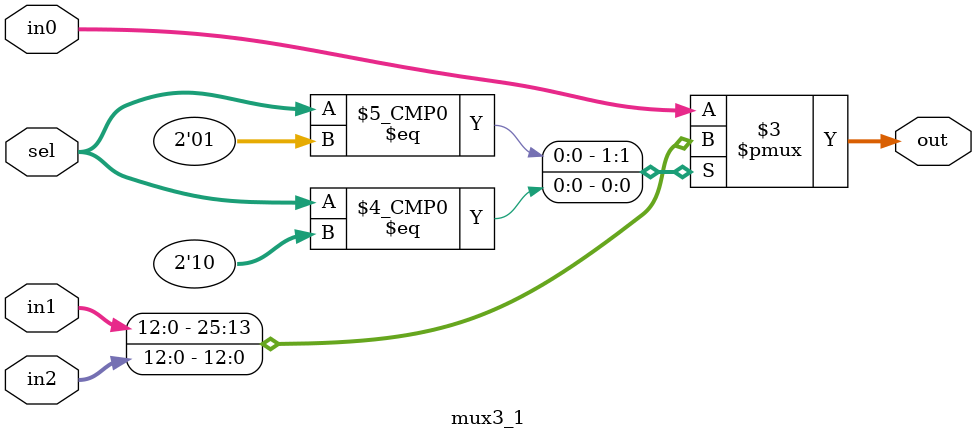
<source format=v>
`timescale 1ns / 1ps


module mux3_1 #(parameter BITS = 13) (sel, in0, in1, in2, out);
    input [1:0] sel;
    input [BITS-1:0] in0, in1, in2;
    output reg [BITS-1:0] out;
    
    always @(*) begin
        case(sel)
        2'b00: begin
            out <= in0;
            end
        2'b01: begin
            out <= in1;
            end
        2'b10: begin
            out <= in2;
            end
        default : begin
            out <= in0;
            end
        endcase
    end

endmodule

</source>
